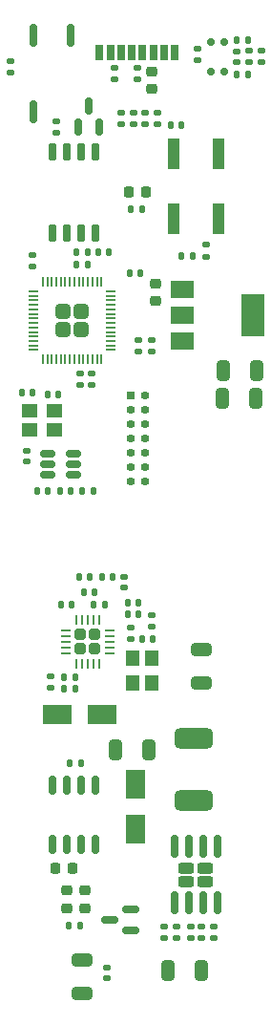
<source format=gtp>
%TF.GenerationSoftware,KiCad,Pcbnew,(6.99.0-3809-g2741d0eb4b)*%
%TF.CreationDate,2022-10-14T22:03:42-04:00*%
%TF.ProjectId,ButterflyBadge,42757474-6572-4666-9c79-42616467652e,rev?*%
%TF.SameCoordinates,Original*%
%TF.FileFunction,Paste,Top*%
%TF.FilePolarity,Positive*%
%FSLAX46Y46*%
G04 Gerber Fmt 4.6, Leading zero omitted, Abs format (unit mm)*
G04 Created by KiCad (PCBNEW (6.99.0-3809-g2741d0eb4b)) date 2022-10-14 22:03:42*
%MOMM*%
%LPD*%
G01*
G04 APERTURE LIST*
G04 Aperture macros list*
%AMRoundRect*
0 Rectangle with rounded corners*
0 $1 Rounding radius*
0 $2 $3 $4 $5 $6 $7 $8 $9 X,Y pos of 4 corners*
0 Add a 4 corners polygon primitive as box body*
4,1,4,$2,$3,$4,$5,$6,$7,$8,$9,$2,$3,0*
0 Add four circle primitives for the rounded corners*
1,1,$1+$1,$2,$3*
1,1,$1+$1,$4,$5*
1,1,$1+$1,$6,$7*
1,1,$1+$1,$8,$9*
0 Add four rect primitives between the rounded corners*
20,1,$1+$1,$2,$3,$4,$5,0*
20,1,$1+$1,$4,$5,$6,$7,0*
20,1,$1+$1,$6,$7,$8,$9,0*
20,1,$1+$1,$8,$9,$2,$3,0*%
G04 Aperture macros list end*
%ADD10RoundRect,0.140000X0.140000X0.170000X-0.140000X0.170000X-0.140000X-0.170000X0.140000X-0.170000X0*%
%ADD11RoundRect,0.250000X0.440000X-0.255000X0.440000X0.255000X-0.440000X0.255000X-0.440000X-0.255000X0*%
%ADD12RoundRect,0.150000X0.150000X-0.825000X0.150000X0.825000X-0.150000X0.825000X-0.150000X-0.825000X0*%
%ADD13RoundRect,0.140000X-0.140000X-0.170000X0.140000X-0.170000X0.140000X0.170000X-0.140000X0.170000X0*%
%ADD14RoundRect,0.135000X-0.185000X0.135000X-0.185000X-0.135000X0.185000X-0.135000X0.185000X0.135000X0*%
%ADD15RoundRect,0.140000X-0.170000X0.140000X-0.170000X-0.140000X0.170000X-0.140000X0.170000X0.140000X0*%
%ADD16R,1.800000X2.500000*%
%ADD17RoundRect,0.225000X0.250000X-0.225000X0.250000X0.225000X-0.250000X0.225000X-0.250000X-0.225000X0*%
%ADD18R,0.700000X1.400000*%
%ADD19R,2.000000X1.500000*%
%ADD20R,2.000000X3.800000*%
%ADD21RoundRect,0.135000X0.185000X-0.135000X0.185000X0.135000X-0.185000X0.135000X-0.185000X-0.135000X0*%
%ADD22RoundRect,0.225000X-0.225000X-0.250000X0.225000X-0.250000X0.225000X0.250000X-0.225000X0.250000X0*%
%ADD23RoundRect,0.177500X-0.177500X0.822500X-0.177500X-0.822500X0.177500X-0.822500X0.177500X0.822500X0*%
%ADD24RoundRect,0.150000X-0.150000X0.675000X-0.150000X-0.675000X0.150000X-0.675000X0.150000X0.675000X0*%
%ADD25RoundRect,0.250000X-0.650000X0.325000X-0.650000X-0.325000X0.650000X-0.325000X0.650000X0.325000X0*%
%ADD26RoundRect,0.140000X0.170000X-0.140000X0.170000X0.140000X-0.170000X0.140000X-0.170000X-0.140000X0*%
%ADD27RoundRect,0.150000X-0.150000X0.650000X-0.150000X-0.650000X0.150000X-0.650000X0.150000X0.650000X0*%
%ADD28RoundRect,0.250000X0.255000X-0.255000X0.255000X0.255000X-0.255000X0.255000X-0.255000X-0.255000X0*%
%ADD29RoundRect,0.062500X0.062500X-0.350000X0.062500X0.350000X-0.062500X0.350000X-0.062500X-0.350000X0*%
%ADD30RoundRect,0.062500X0.350000X-0.062500X0.350000X0.062500X-0.350000X0.062500X-0.350000X-0.062500X0*%
%ADD31RoundRect,0.147500X0.147500X0.172500X-0.147500X0.172500X-0.147500X-0.172500X0.147500X-0.172500X0*%
%ADD32RoundRect,0.225000X-0.250000X0.225000X-0.250000X-0.225000X0.250000X-0.225000X0.250000X0.225000X0*%
%ADD33RoundRect,0.250000X-0.325000X-0.650000X0.325000X-0.650000X0.325000X0.650000X-0.325000X0.650000X0*%
%ADD34RoundRect,0.218750X0.256250X-0.218750X0.256250X0.218750X-0.256250X0.218750X-0.256250X-0.218750X0*%
%ADD35RoundRect,0.150000X0.587500X0.150000X-0.587500X0.150000X-0.587500X-0.150000X0.587500X-0.150000X0*%
%ADD36R,2.500000X1.800000*%
%ADD37RoundRect,0.249999X-0.395001X-0.395001X0.395001X-0.395001X0.395001X0.395001X-0.395001X0.395001X0*%
%ADD38RoundRect,0.050000X-0.387500X-0.050000X0.387500X-0.050000X0.387500X0.050000X-0.387500X0.050000X0*%
%ADD39RoundRect,0.050000X-0.050000X-0.387500X0.050000X-0.387500X0.050000X0.387500X-0.050000X0.387500X0*%
%ADD40RoundRect,0.147500X-0.147500X-0.172500X0.147500X-0.172500X0.147500X0.172500X-0.147500X0.172500X0*%
%ADD41R,1.400000X1.200000*%
%ADD42RoundRect,0.135000X-0.135000X-0.185000X0.135000X-0.185000X0.135000X0.185000X-0.135000X0.185000X0*%
%ADD43RoundRect,0.150000X0.150000X-0.587500X0.150000X0.587500X-0.150000X0.587500X-0.150000X-0.587500X0*%
%ADD44C,0.700000*%
%ADD45RoundRect,0.250000X0.650000X-0.325000X0.650000X0.325000X-0.650000X0.325000X-0.650000X-0.325000X0*%
%ADD46R,0.750000X0.750000*%
%ADD47O,0.750000X0.750000*%
%ADD48RoundRect,0.218750X-0.218750X-0.256250X0.218750X-0.256250X0.218750X0.256250X-0.218750X0.256250X0*%
%ADD49RoundRect,0.250000X0.325000X0.650000X-0.325000X0.650000X-0.325000X-0.650000X0.325000X-0.650000X0*%
%ADD50RoundRect,0.150000X0.512500X0.150000X-0.512500X0.150000X-0.512500X-0.150000X0.512500X-0.150000X0*%
%ADD51R,1.000000X2.750000*%
%ADD52R,1.200000X1.400000*%
%ADD53RoundRect,0.450000X1.250000X-0.450000X1.250000X0.450000X-1.250000X0.450000X-1.250000X-0.450000X0*%
G04 APERTURE END LIST*
D10*
%TO.C,R21*%
X190280000Y-128500000D03*
X189320000Y-128500000D03*
%TD*%
%TO.C,R20*%
X190380000Y-114100000D03*
X189420000Y-114100000D03*
%TD*%
D11*
%TO.C,U4*%
X199750000Y-124600000D03*
X201400000Y-124600000D03*
X199750000Y-123400000D03*
X201400000Y-123400000D03*
D12*
X198670000Y-126475000D03*
X199940000Y-126475000D03*
X201210000Y-126475000D03*
X202480000Y-126475000D03*
X202480000Y-121525000D03*
X201210000Y-121525000D03*
X199940000Y-121525000D03*
X198670000Y-121525000D03*
%TD*%
D13*
%TO.C,C1*%
X194720000Y-70700000D03*
X195680000Y-70700000D03*
%TD*%
D14*
%TO.C,R19*%
X194800000Y-102090000D03*
X194800000Y-103110000D03*
%TD*%
D15*
%TO.C,C9*%
X190300000Y-79620000D03*
X190300000Y-80580000D03*
%TD*%
D16*
%TO.C,D2*%
X195199999Y-115999999D03*
X195199999Y-119999999D03*
%TD*%
D17*
%TO.C,C42*%
X197000000Y-73175000D03*
X197000000Y-71625000D03*
%TD*%
D18*
%TO.C,U7*%
X192049999Y-51099999D03*
X192999999Y-51099999D03*
X193949999Y-51099999D03*
X194899999Y-51099999D03*
X195849999Y-51099999D03*
X196799999Y-51099999D03*
X197749999Y-51099999D03*
X198699999Y-51099999D03*
%TD*%
D19*
%TO.C,U5*%
X199349999Y-72099999D03*
X199349999Y-74399999D03*
D20*
X205649999Y-74399999D03*
D19*
X199349999Y-76699999D03*
%TD*%
D21*
%TO.C,R2*%
X201500000Y-69210000D03*
X201500000Y-68190000D03*
%TD*%
D22*
%TO.C,C45*%
X188125000Y-123400000D03*
X189675000Y-123400000D03*
%TD*%
D13*
%TO.C,C46*%
X188620000Y-100100000D03*
X189580000Y-100100000D03*
%TD*%
D14*
%TO.C,R15*%
X187700000Y-106390000D03*
X187700000Y-107410000D03*
%TD*%
D23*
%TO.C,BZ1*%
X189450000Y-49600000D03*
X186150000Y-49600000D03*
X186150000Y-56400000D03*
%TD*%
D24*
%TO.C,U2*%
X191705000Y-116075000D03*
X190435000Y-116075000D03*
X189165000Y-116075000D03*
X187895000Y-116075000D03*
X187895000Y-121325000D03*
X189165000Y-121325000D03*
X190435000Y-121325000D03*
X191705000Y-121325000D03*
%TD*%
D25*
%TO.C,C44*%
X190500000Y-131549999D03*
X190500000Y-134499999D03*
%TD*%
D13*
%TO.C,C18*%
X188920000Y-106500000D03*
X189880000Y-106500000D03*
%TD*%
D10*
%TO.C,C31*%
X189479999Y-90000000D03*
X188519999Y-90000000D03*
%TD*%
D14*
%TO.C,R3*%
X191300000Y-79580000D03*
X191300000Y-80600000D03*
%TD*%
D26*
%TO.C,C29*%
X185600000Y-87380000D03*
X185600000Y-86420000D03*
%TD*%
D27*
%TO.C,U1*%
X191705000Y-59900000D03*
X190435000Y-59900000D03*
X189165000Y-59900000D03*
X187895000Y-59900000D03*
X187895000Y-67100000D03*
X189165000Y-67100000D03*
X190435000Y-67100000D03*
X191705000Y-67100000D03*
%TD*%
D28*
%TO.C,U6*%
X190350000Y-103975000D03*
X191600000Y-103975000D03*
X190350000Y-102725000D03*
X191600000Y-102725000D03*
D29*
X189975000Y-105287500D03*
X190475000Y-105287500D03*
X190975000Y-105287500D03*
X191475000Y-105287500D03*
X191975000Y-105287500D03*
D30*
X192912500Y-104350000D03*
X192912500Y-103850000D03*
X192912500Y-103350000D03*
X192912500Y-102850000D03*
X192912500Y-102350000D03*
D29*
X191975000Y-101412500D03*
X191475000Y-101412500D03*
X190975000Y-101412500D03*
X190475000Y-101412500D03*
X189975000Y-101412500D03*
D30*
X189037500Y-102350000D03*
X189037500Y-102850000D03*
X189037500Y-103350000D03*
X189037500Y-103850000D03*
X189037500Y-104350000D03*
%TD*%
D21*
%TO.C,R18*%
X195400000Y-53510000D03*
X195400000Y-52490000D03*
%TD*%
D14*
%TO.C,R7*%
X196100000Y-56490000D03*
X196100000Y-57510000D03*
%TD*%
D31*
%TO.C,L3*%
X191585000Y-99000000D03*
X190615000Y-99000000D03*
%TD*%
D32*
%TO.C,C26*%
X196700000Y-52825000D03*
X196700000Y-54375000D03*
%TD*%
D26*
%TO.C,C41*%
X196700000Y-101980000D03*
X196700000Y-101020000D03*
%TD*%
D14*
%TO.C,R6*%
X195100000Y-56490000D03*
X195100000Y-57510000D03*
%TD*%
D33*
%TO.C,C15*%
X203025000Y-79300000D03*
X205975000Y-79300000D03*
%TD*%
%TO.C,C22*%
X202925000Y-81800000D03*
X205875000Y-81800000D03*
%TD*%
D21*
%TO.C,R23*%
X184100000Y-52919999D03*
X184100000Y-51899999D03*
%TD*%
D34*
%TO.C,D516*%
X189100000Y-126987500D03*
X189100000Y-125412500D03*
%TD*%
D26*
%TO.C,C16*%
X192700000Y-133180000D03*
X192700000Y-132220000D03*
%TD*%
D10*
%TO.C,C20*%
X205180000Y-53100000D03*
X204220000Y-53100000D03*
%TD*%
D13*
%TO.C,C47*%
X194520000Y-99900000D03*
X195480000Y-99900000D03*
%TD*%
D35*
%TO.C,U8*%
X194837500Y-128950000D03*
X194837500Y-127050000D03*
X192962500Y-128000000D03*
%TD*%
D10*
%TO.C,C6*%
X190980000Y-68800000D03*
X190020000Y-68800000D03*
%TD*%
D36*
%TO.C,D1*%
X192299999Y-109799999D03*
X188299999Y-109799999D03*
%TD*%
D37*
%TO.C,U3*%
X188800000Y-74100000D03*
X188800000Y-75700000D03*
X190400000Y-74100000D03*
X190400000Y-75700000D03*
D38*
X186162500Y-72300000D03*
X186162500Y-72700000D03*
X186162500Y-73100000D03*
X186162500Y-73500000D03*
X186162500Y-73900000D03*
X186162500Y-74300000D03*
X186162500Y-74700000D03*
X186162500Y-75100000D03*
X186162500Y-75500000D03*
X186162500Y-75900000D03*
X186162500Y-76300000D03*
X186162500Y-76700000D03*
X186162500Y-77100000D03*
X186162500Y-77500000D03*
D39*
X187000000Y-78337500D03*
X187400000Y-78337500D03*
X187800000Y-78337500D03*
X188200000Y-78337500D03*
X188600000Y-78337500D03*
X189000000Y-78337500D03*
X189400000Y-78337500D03*
X189800000Y-78337500D03*
X190200000Y-78337500D03*
X190600000Y-78337500D03*
X191000000Y-78337500D03*
X191400000Y-78337500D03*
X191800000Y-78337500D03*
X192200000Y-78337500D03*
D38*
X193037500Y-77500000D03*
X193037500Y-77100000D03*
X193037500Y-76700000D03*
X193037500Y-76300000D03*
X193037500Y-75900000D03*
X193037500Y-75500000D03*
X193037500Y-75100000D03*
X193037500Y-74700000D03*
X193037500Y-74300000D03*
X193037500Y-73900000D03*
X193037500Y-73500000D03*
X193037500Y-73100000D03*
X193037500Y-72700000D03*
X193037500Y-72300000D03*
D39*
X192200000Y-71462500D03*
X191800000Y-71462500D03*
X191400000Y-71462500D03*
X191000000Y-71462500D03*
X190600000Y-71462500D03*
X190200000Y-71462500D03*
X189800000Y-71462500D03*
X189400000Y-71462500D03*
X189000000Y-71462500D03*
X188600000Y-71462500D03*
X188200000Y-71462500D03*
X187800000Y-71462500D03*
X187400000Y-71462500D03*
X187000000Y-71462500D03*
%TD*%
D10*
%TO.C,C30*%
X191480000Y-90000000D03*
X190520000Y-90000000D03*
%TD*%
%TO.C,C13*%
X199280000Y-57600000D03*
X198320000Y-57600000D03*
%TD*%
D40*
%TO.C,L4*%
X190215000Y-97600000D03*
X191185000Y-97600000D03*
%TD*%
D10*
%TO.C,C2*%
X186080000Y-81300000D03*
X185120000Y-81300000D03*
%TD*%
D34*
%TO.C,D517*%
X190700000Y-126987500D03*
X190700000Y-125412500D03*
%TD*%
D26*
%TO.C,C10*%
X186100000Y-70080000D03*
X186100000Y-69120000D03*
%TD*%
D15*
%TO.C,C33*%
X204200000Y-51020000D03*
X204200000Y-51980000D03*
%TD*%
%TO.C,C43*%
X202200000Y-128620000D03*
X202200000Y-129580000D03*
%TD*%
D14*
%TO.C,R4*%
X194000000Y-56490000D03*
X194000000Y-57510000D03*
%TD*%
D33*
%TO.C,C25*%
X198125000Y-132500000D03*
X201075000Y-132500000D03*
%TD*%
D41*
%TO.C,Y1*%
X185799999Y-84549999D03*
X187999999Y-84549999D03*
X187999999Y-82849999D03*
X185799999Y-82849999D03*
%TD*%
D14*
%TO.C,R16*%
X205300000Y-50990000D03*
X205300000Y-52010000D03*
%TD*%
D42*
%TO.C,Q1*%
X204190000Y-50000000D03*
X205210000Y-50000000D03*
%TD*%
D43*
%TO.C,Q2*%
X190150000Y-57737500D03*
X192050000Y-57737500D03*
X191100000Y-55862500D03*
%TD*%
D13*
%TO.C,C24*%
X195820000Y-103100000D03*
X196780000Y-103100000D03*
%TD*%
D44*
%TO.C,U25*%
X203075000Y-50170000D03*
X203075000Y-52830000D03*
X201925000Y-52830000D03*
X201925000Y-50170000D03*
%TD*%
D45*
%TO.C,C35*%
X201100000Y-106975000D03*
X201100000Y-104025000D03*
%TD*%
D13*
%TO.C,R22*%
X194820000Y-65000000D03*
X195780000Y-65000000D03*
%TD*%
D21*
%TO.C,R17*%
X193400000Y-53500000D03*
X193400000Y-52480000D03*
%TD*%
D15*
%TO.C,C34*%
X200700000Y-50820000D03*
X200700000Y-51780000D03*
%TD*%
D10*
%TO.C,C32*%
X187480000Y-90000000D03*
X186520000Y-90000000D03*
%TD*%
%TO.C,C23*%
X195480000Y-100900000D03*
X194520000Y-100900000D03*
%TD*%
D46*
%TO.C,J4*%
X194764999Y-81489999D03*
D47*
X196034999Y-81489999D03*
X194764999Y-82759999D03*
X196034999Y-82759999D03*
X194764999Y-84029999D03*
X196034999Y-84029999D03*
X194764999Y-85299999D03*
X196034999Y-85299999D03*
X194764999Y-86569999D03*
X196034999Y-86569999D03*
X194764999Y-87839999D03*
X196034999Y-87839999D03*
X194764999Y-89109999D03*
X196034999Y-89109999D03*
%TD*%
D13*
%TO.C,C11*%
X191920000Y-68800000D03*
X192880000Y-68800000D03*
%TD*%
D21*
%TO.C,R12*%
X200100000Y-129600001D03*
X200100000Y-128580001D03*
%TD*%
D13*
%TO.C,C27*%
X192240000Y-97600000D03*
X193200000Y-97600000D03*
%TD*%
D14*
%TO.C,R5*%
X197200000Y-56490000D03*
X197200000Y-57510000D03*
%TD*%
D42*
%TO.C,R1*%
X199290000Y-69200000D03*
X200310000Y-69200000D03*
%TD*%
D48*
%TO.C,D518*%
X194612500Y-63500000D03*
X196187500Y-63500000D03*
%TD*%
D49*
%TO.C,C21*%
X196375000Y-112900000D03*
X193425000Y-112900000D03*
%TD*%
D50*
%TO.C,U9*%
X189737500Y-88550000D03*
X189737500Y-87600000D03*
X189737500Y-86650000D03*
X187462500Y-86650000D03*
X187462500Y-87600000D03*
X187462500Y-88550000D03*
%TD*%
D13*
%TO.C,C17*%
X188920000Y-107500000D03*
X189880000Y-107500000D03*
%TD*%
D51*
%TO.C,SW1*%
X202599999Y-60119999D03*
X202599999Y-65879999D03*
X198599999Y-60119999D03*
X198599999Y-65879999D03*
%TD*%
D14*
%TO.C,R24*%
X188200000Y-57190000D03*
X188200000Y-58210000D03*
%TD*%
D52*
%TO.C,Y2*%
X196649999Y-106999999D03*
X196649999Y-104799999D03*
X194949999Y-104799999D03*
X194949999Y-106999999D03*
%TD*%
D21*
%TO.C,R10*%
X195500000Y-77610000D03*
X195500000Y-76590000D03*
%TD*%
D14*
%TO.C,R9*%
X198900000Y-128590000D03*
X198900000Y-129610000D03*
%TD*%
D26*
%TO.C,C28*%
X194200000Y-98580000D03*
X194200000Y-97620000D03*
%TD*%
D14*
%TO.C,R11*%
X196700000Y-76590000D03*
X196700000Y-77610000D03*
%TD*%
D13*
%TO.C,C4*%
X187440000Y-81400000D03*
X188400000Y-81400000D03*
%TD*%
D53*
%TO.C,L1*%
X200400000Y-111950000D03*
X200400000Y-117450000D03*
%TD*%
D31*
%TO.C,L2*%
X192485000Y-100100000D03*
X191515000Y-100100000D03*
%TD*%
D21*
%TO.C,R8*%
X197800000Y-129610000D03*
X197800000Y-128590000D03*
%TD*%
D10*
%TO.C,C5*%
X190980000Y-69900000D03*
X190020000Y-69900000D03*
%TD*%
D14*
%TO.C,R14*%
X206400000Y-50990000D03*
X206400000Y-52010000D03*
%TD*%
%TO.C,R13*%
X201100000Y-128590000D03*
X201100000Y-129610000D03*
%TD*%
M02*

</source>
